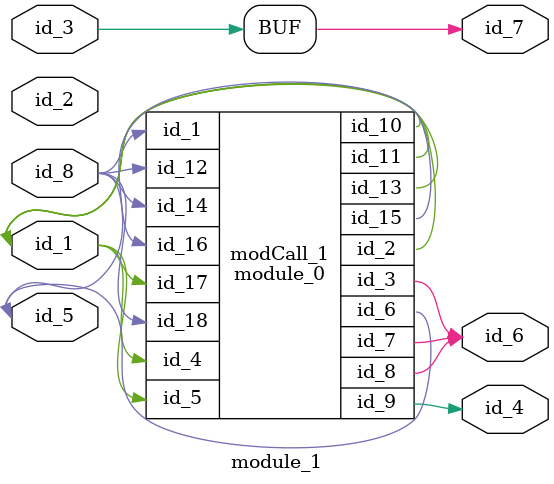
<source format=v>
module module_0 (
    id_1,
    id_2,
    id_3,
    id_4,
    id_5,
    id_6,
    id_7,
    id_8,
    id_9,
    id_10,
    id_11,
    id_12,
    id_13,
    id_14,
    id_15,
    id_16,
    id_17,
    id_18
);
  input wire id_18;
  input wire id_17;
  input wire id_16;
  inout wire id_15;
  input wire id_14;
  inout wire id_13;
  input wire id_12;
  inout wire id_11;
  inout wire id_10;
  output wire id_9;
  output wire id_8;
  output wire id_7;
  inout wire id_6;
  input wire id_5;
  input wire id_4;
  output wire id_3;
  inout wire id_2;
  input wire id_1;
endmodule
module module_1 (
    id_1,
    id_2,
    id_3,
    id_4,
    id_5,
    id_6,
    id_7,
    id_8
);
  input wire id_8;
  output wire id_7;
  output wire id_6;
  inout wire id_5;
  output wire id_4;
  input wire id_3;
  input wire id_2;
  inout wire id_1;
  always begin : LABEL_0
    id_7 <= id_3;
  end
  module_0 modCall_1 (
      id_8,
      id_1,
      id_6,
      id_1,
      id_1,
      id_5,
      id_6,
      id_6,
      id_4,
      id_1,
      id_1,
      id_8,
      id_1,
      id_8,
      id_5,
      id_8,
      id_1,
      id_8
  );
  wire id_9, id_10;
  wire id_11, id_12, id_13;
endmodule

</source>
